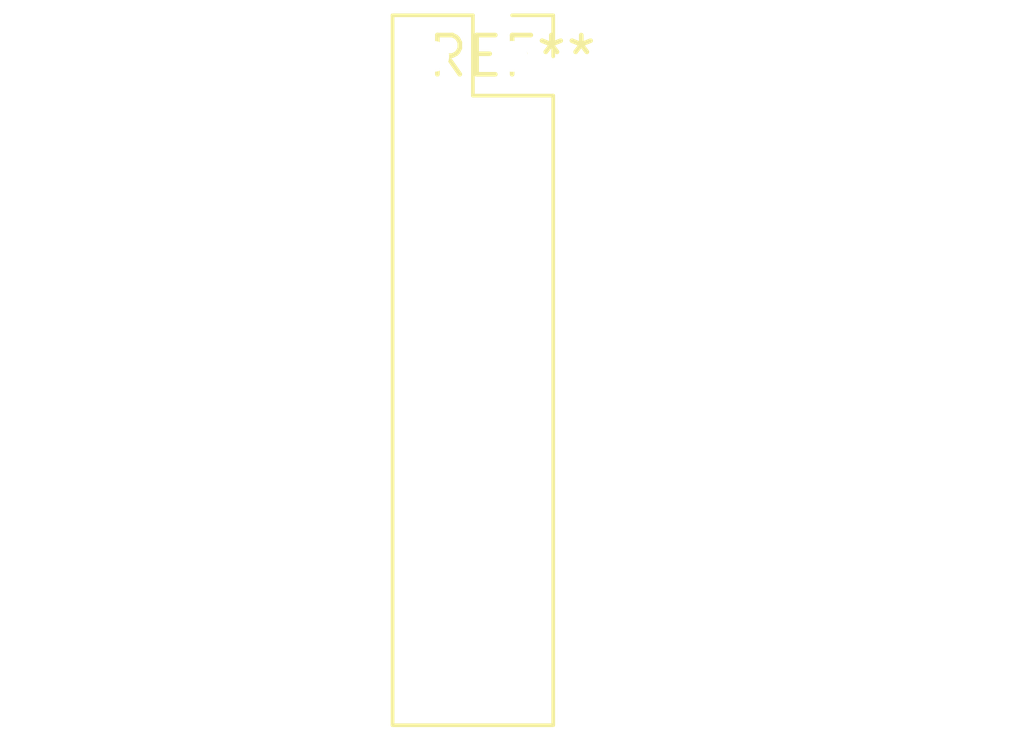
<source format=kicad_pcb>
(kicad_pcb (version 20240108) (generator pcbnew)
  (layers (0 "F.Cu" signal) (31 "B.Cu" signal) (34 "B.Paste" user) (35 "F.Paste" user) (36 "B.SilkS" user "B.Silkscreen") (37 "F.SilkS" user "F.Silkscreen") (38 "B.Mask" user) (39 "F.Mask" user) (44 "Edge.Cuts" user))
  (net 0 "")
  (footprint "PinSocket_2x09_P2.54mm_Vertical" (layer "F.Cu") (at 0 0)
    (property "Reference" "REF**")
    (property "Value" "PinSocket_2x09_P2.54mm_Vertical")
    (fp_line (start -3.87 -1.33) (end -3.87 21.65) (layer "F.SilkS") (stroke (width 0.12)))
    (fp_line (start -3.87 -1.33) (end -1.27 -1.33) (layer "F.SilkS") (stroke (width 0.12)))
    (fp_line (start -3.87 21.65) (end 1.33 21.65) (layer "F.SilkS") (stroke (width 0.12)))
    (fp_line (start -1.27 -1.33) (end -1.27 1.27) (layer "F.SilkS") (stroke (width 0.12)))
    (fp_line (start -1.27 1.27) (end 1.33 1.27) (layer "F.SilkS") (stroke (width 0.12)))
    (fp_line (start 0 -1.33) (end 1.33 -1.33) (layer "F.SilkS") (stroke (width 0.12)))
    (fp_line (start 1.33 -1.33) (end 1.33 0) (layer "F.SilkS") (stroke (width 0.12)))
    (fp_line (start 1.33 1.27) (end 1.33 21.65) (layer "F.SilkS") (stroke (width 0.12)))
    (pad "1" thru_hole rect (at 0 0) (size 1.7 1.7) (drill 1) (layers *.Cu *.Mask) (remove_unused_layers))
    (pad "2" thru_hole oval (at -2.54 0) (size 1.7 1.7) (drill 1) (layers *.Cu *.Mask) (remove_unused_layers))
    (pad "3" thru_hole oval (at 0 2.54) (size 1.7 1.7) (drill 1) (layers *.Cu *.Mask) (remove_unused_layers))
    (pad "4" thru_hole oval (at -2.54 2.54) (size 1.7 1.7) (drill 1) (layers *.Cu *.Mask) (remove_unused_layers))
    (pad "5" thru_hole oval (at 0 5.08) (size 1.7 1.7) (drill 1) (layers *.Cu *.Mask) (remove_unused_layers))
    (pad "6" thru_hole oval (at -2.54 5.08) (size 1.7 1.7) (drill 1) (layers *.Cu *.Mask) (remove_unused_layers))
    (pad "7" thru_hole oval (at 0 7.62) (size 1.7 1.7) (drill 1) (layers *.Cu *.Mask) (remove_unused_layers))
    (pad "8" thru_hole oval (at -2.54 7.62) (size 1.7 1.7) (drill 1) (layers *.Cu *.Mask) (remove_unused_layers))
    (pad "9" thru_hole oval (at 0 10.16) (size 1.7 1.7) (drill 1) (layers *.Cu *.Mask) (remove_unused_layers))
    (pad "10" thru_hole oval (at -2.54 10.16) (size 1.7 1.7) (drill 1) (layers *.Cu *.Mask) (remove_unused_layers))
    (pad "11" thru_hole oval (at 0 12.7) (size 1.7 1.7) (drill 1) (layers *.Cu *.Mask) (remove_unused_layers))
    (pad "12" thru_hole oval (at -2.54 12.7) (size 1.7 1.7) (drill 1) (layers *.Cu *.Mask) (remove_unused_layers))
    (pad "13" thru_hole oval (at 0 15.24) (size 1.7 1.7) (drill 1) (layers *.Cu *.Mask) (remove_unused_layers))
    (pad "14" thru_hole oval (at -2.54 15.24) (size 1.7 1.7) (drill 1) (layers *.Cu *.Mask) (remove_unused_layers))
    (pad "15" thru_hole oval (at 0 17.78) (size 1.7 1.7) (drill 1) (layers *.Cu *.Mask) (remove_unused_layers))
    (pad "16" thru_hole oval (at -2.54 17.78) (size 1.7 1.7) (drill 1) (layers *.Cu *.Mask) (remove_unused_layers))
    (pad "17" thru_hole oval (at 0 20.32) (size 1.7 1.7) (drill 1) (layers *.Cu *.Mask) (remove_unused_layers))
    (pad "18" thru_hole oval (at -2.54 20.32) (size 1.7 1.7) (drill 1) (layers *.Cu *.Mask) (remove_unused_layers))
  )
)
</source>
